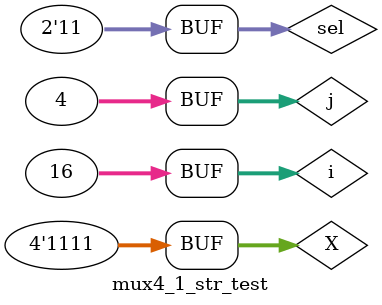
<source format=v>
/*A simple testbench to verify the functionality of our design*/

`timescale 1ns / 1ps

module mux4_1_str_test;

	// Inputs
	reg [3:0] X;
	reg [1:0] sel;

	// Outputs
	wire Y;

	// Instantiate the Unit Under Test (UUT)
	mux4_1_str_top uut (
		.X(X), 
		.sel(sel), 
		.Y(Y)
	);

	integer i, j;
	initial begin
		// Initialize Inputs
		X = 0;
		sel = 0;

		for(i=0;i<16;i=i+1)
		begin
			X=i;
			for(j=0;j<4;j=j+1)
			begin
			sel=j;
			#2;
			end
		end
		#100;
        
	end
      
endmodule


</source>
